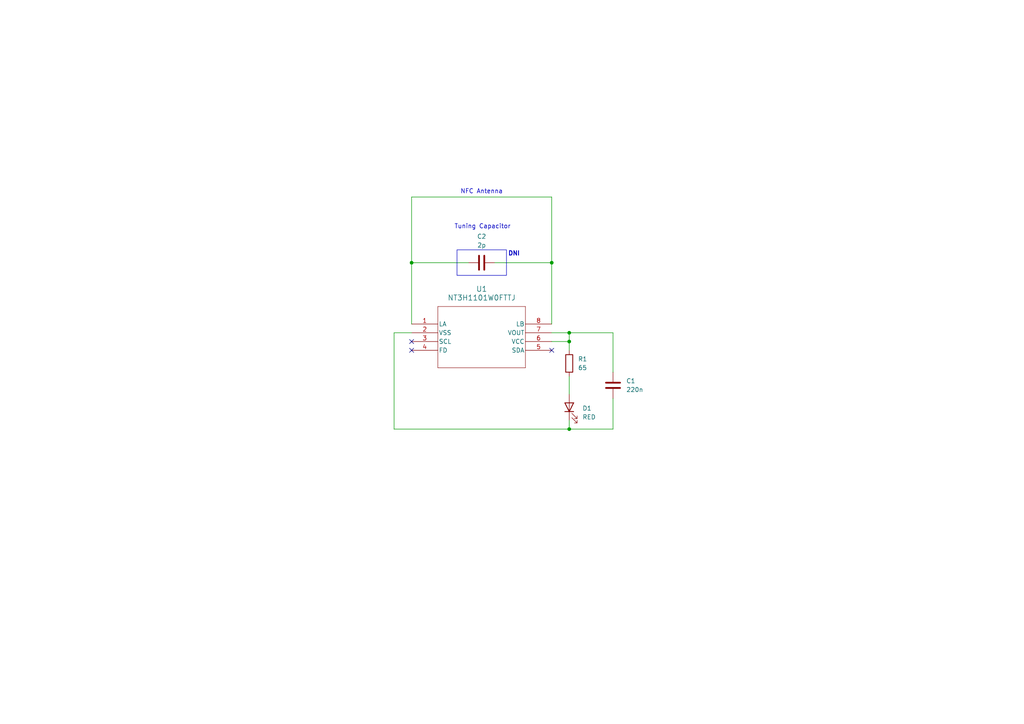
<source format=kicad_sch>
(kicad_sch (version 20231120) (generator "eeschema") (generator_version "8.0")
  (paper "A4")
  (title_block (title "PCB Business Card") (date "2024-04-03") (rev "0") (comment 1 "Rahim Aziz"))
  (lib_symbols
    (symbol "Device:C" (pin_numbers hide) (pin_names (offset 0.254))
      (property "Reference" "C" (at 0.635 2.54 0))
      (property "Value" "C" (at 0.635 -2.54 0))
      (symbol "C_0_1"
        (polyline (pts (xy -2.032 -0.762) (xy 2.032 -0.762)) (stroke (width 0.508)))
        (polyline (pts (xy -2.032 0.762) (xy 2.032 0.762)) (stroke (width 0.508)))
      )
      (symbol "C_1_1"
        (pin passive line (at 0 3.81 270) (length 2.794) (name "~") (number "1"))
        (pin passive line (at 0 -3.81 90) (length 2.794) (name "~") (number "2"))
      )
    )
    (symbol "Device:LED" (pin_numbers hide) (pin_names (offset 1.016) hide)
      (property "Reference" "D" (at 0 2.54 0))
      (property "Value" "LED" (at 0 -2.54 0))
      (symbol "LED_0_1"
        (polyline (pts (xy -1.27 -1.27) (xy -1.27 1.27)) (stroke (width 0.254)))
        (polyline (pts (xy -1.27 0) (xy 1.27 0)))
        (polyline (pts (xy 1.27 -1.27) (xy 1.27 1.27) (xy -1.27 0) (xy 1.27 -1.27)) (stroke (width 0.254)))
        (polyline (pts (xy -3.048 -0.762) (xy -4.572 -2.286) (xy -3.81 -2.286) (xy -4.572 -2.286) (xy -4.572 -1.524)))
        (polyline (pts (xy -1.778 -0.762) (xy -3.302 -2.286) (xy -2.54 -2.286) (xy -3.302 -2.286) (xy -3.302 -1.524)))
      )
      (symbol "LED_1_1"
        (pin passive line (at -3.81 0 0) (length 2.54) (name "K") (number "1"))
        (pin passive line (at 3.81 0 180) (length 2.54) (name "A") (number "2"))
      )
    )
    (symbol "Device:R" (pin_numbers hide) (pin_names (offset 0))
      (property "Reference" "R" (at 2.032 0 90))
      (property "Value" "R" (at 0 0 90))
      (symbol "R_0_1"
        (rectangle (start -1.016 -2.54) (end 1.016 2.54) (stroke (width 0.254)))
      )
      (symbol "R_1_1"
        (pin passive line (at 0 3.81 270) (length 1.27) (name "~") (number "1"))
        (pin passive line (at 0 -3.81 90) (length 1.27) (name "~") (number "2"))
      )
    )
    (symbol "NT3H1101W0FTTJ:NT3H1101W0FTTJ" (pin_names (offset 0.254))
      (property "Reference" "U" (at 20.32 10.16 0))
      (property "Value" "NT3H1101W0FTTJ" (at 20.32 7.62 0))
      (symbol "NT3H1101W0FTTJ_0_1"
        (polyline (pts (xy 7.62 -12.7) (xy 33.02 -12.7)) (stroke (width 0.127)))
        (polyline (pts (xy 7.62 5.08) (xy 7.62 -12.7)) (stroke (width 0.127)))
        (polyline (pts (xy 33.02 -12.7) (xy 33.02 5.08)) (stroke (width 0.127)))
        (polyline (pts (xy 33.02 5.08) (xy 7.62 5.08)) (stroke (width 0.127)))
        (pin unspecified line (at 0 0 0) (length 7.62) (name "LA") (number "1"))
        (pin power_out line (at 0 -2.54 0) (length 7.62) (name "VSS") (number "2"))
        (pin unspecified line (at 0 -5.08 0) (length 7.62) (name "SCL") (number "3"))
        (pin unspecified line (at 0 -7.62 0) (length 7.62) (name "FD") (number "4"))
        (pin unspecified line (at 40.64 -7.62 180) (length 7.62) (name "SDA") (number "5"))
        (pin power_in line (at 40.64 -5.08 180) (length 7.62) (name "VCC") (number "6"))
        (pin power_in line (at 40.64 -2.54 180) (length 7.62) (name "VOUT") (number "7"))
        (pin unspecified line (at 40.64 0 180) (length 7.62) (name "LB") (number "8"))
      )
    )
  )
  (junction (at 165.1 124.46))
  (junction (at 119.38 76.2))
  (junction (at 165.1 99.06))
  (junction (at 165.1 96.52))
  (junction (at 160.02 76.2))
  (no_connect (at 119.38 101.6))
  (no_connect (at 119.38 99.06))
  (no_connect (at 160.02 101.6))
  (wire (pts (xy 160.02 96.52) (xy 165.1 96.52)))
  (wire (pts (xy 160.02 76.2) (xy 160.02 93.98)))
  (wire (pts (xy 160.02 57.15) (xy 160.02 76.2)))
  (wire (pts (xy 143.51 76.2) (xy 160.02 76.2)))
  (wire (pts (xy 119.38 57.15) (xy 160.02 57.15)))
  (wire (pts (xy 119.38 93.98) (xy 119.38 76.2)))
  (wire (pts (xy 165.1 124.46) (xy 165.1 121.92)))
  (wire (pts (xy 177.8 124.46) (xy 165.1 124.46)))
  (wire (pts (xy 119.38 76.2) (xy 119.38 57.15)))
  (wire (pts (xy 165.1 96.52) (xy 177.8 96.52)))
  (wire (pts (xy 165.1 96.52) (xy 165.1 99.06)))
  (wire (pts (xy 165.1 109.22) (xy 165.1 114.3)))
  (wire (pts (xy 165.1 99.06) (xy 165.1 101.6)))
  (wire (pts (xy 160.02 99.06) (xy 165.1 99.06)))
  (wire (pts (xy 119.38 76.2) (xy 135.89 76.2)))
  (wire (pts (xy 177.8 115.57) (xy 177.8 124.46)))
  (wire (pts (xy 114.3 96.52) (xy 119.38 96.52)))
  (wire (pts (xy 177.8 96.52) (xy 177.8 107.95)))
  (wire (pts (xy 114.3 124.46) (xy 114.3 96.52)))
  (wire (pts (xy 165.1 124.46) (xy 114.3 124.46)))
  (rectangle (start 132.5499 72.4662) (end 146.9009 79.8703))
  (text "DNI" (at 149.098 73.66 0) (effects (font (size 1.27 1.27) (thickness 0.254) (bold yes))))
  (text "NFC Antenna" (at 139.7 55.626 0) (effects (font (size 1.27 1.27))))
  (text "Tuning Capacitor" (at 139.954 65.786 0) (effects (font (size 1.27 1.27))))
  (symbol (lib_id "NT3H1101W0FTTJ:NT3H1101W0FTTJ") (at 119.38 93.98 0) (unit 1)
    (property "Reference" "U1" (at 139.7 83.82 0) (effects (font (size 1.524 1.524))))
    (property "Value" "NT3H1101W0FTTJ" (at 139.7 86.36 0) (effects (font (size 1.524 1.524))))
    (property "Footprint" "TSSOP8_SOT505-1_NXP" (effects (hide yes)))
    (property "Datasheet" "NT3H1101W0FTTJ" (effects (hide yes)))
  )
  (symbol (lib_id "Device:R") (at 165.1 105.41 0) (unit 1)
    (property "Reference" "R1" (at 167.64 104.1399 0) (effects (justify left)))
    (property "Value" "65" (at 167.64 106.6799 0) (effects (justify left)))
    (property "Footprint" "Resistor_SMD:R_0603_1608Metric" (effects (hide yes)))
    (property "Description" "Resistor" (effects (hide yes)))
  )
  (symbol (lib_id "Device:C") (at 177.8 111.76 0) (unit 1)
    (property "Reference" "C1" (at 181.61 110.4899 0) (effects (justify left)))
    (property "Value" "220n" (at 181.61 113.0299 0) (effects (justify left)))
    (property "Footprint" "Capacitor_SMD:C_0603_1608Metric" (effects (hide yes)))
    (property "Description" "Unpolarized capacitor" (effects (hide yes)))
  )
  (symbol (lib_id "Device:LED") (at 165.1 118.11 90) (unit 1)
    (property "Reference" "D1" (at 168.91 118.4274 90) (effects (justify right)))
    (property "Value" "RED" (at 168.91 120.9674 90) (effects (justify right)))
    (property "Footprint" "LED_SMD:LED_0603_1608Metric" (effects (hide yes)))
    (property "Description" "Light emitting diode" (effects (hide yes)))
  )
  (symbol (lib_id "Device:C") (at 139.7 76.2 90) (unit 1)
    (property "Reference" "C2" (at 139.7 68.58 90))
    (property "Value" "2p" (at 139.7 71.12 90))
    (property "Footprint" "Capacitor_SMD:C_0603_1608Metric" (effects (hide yes)))
    (property "Description" "Unpolarized capacitor" (effects (hide yes)))
  )
)
</source>
